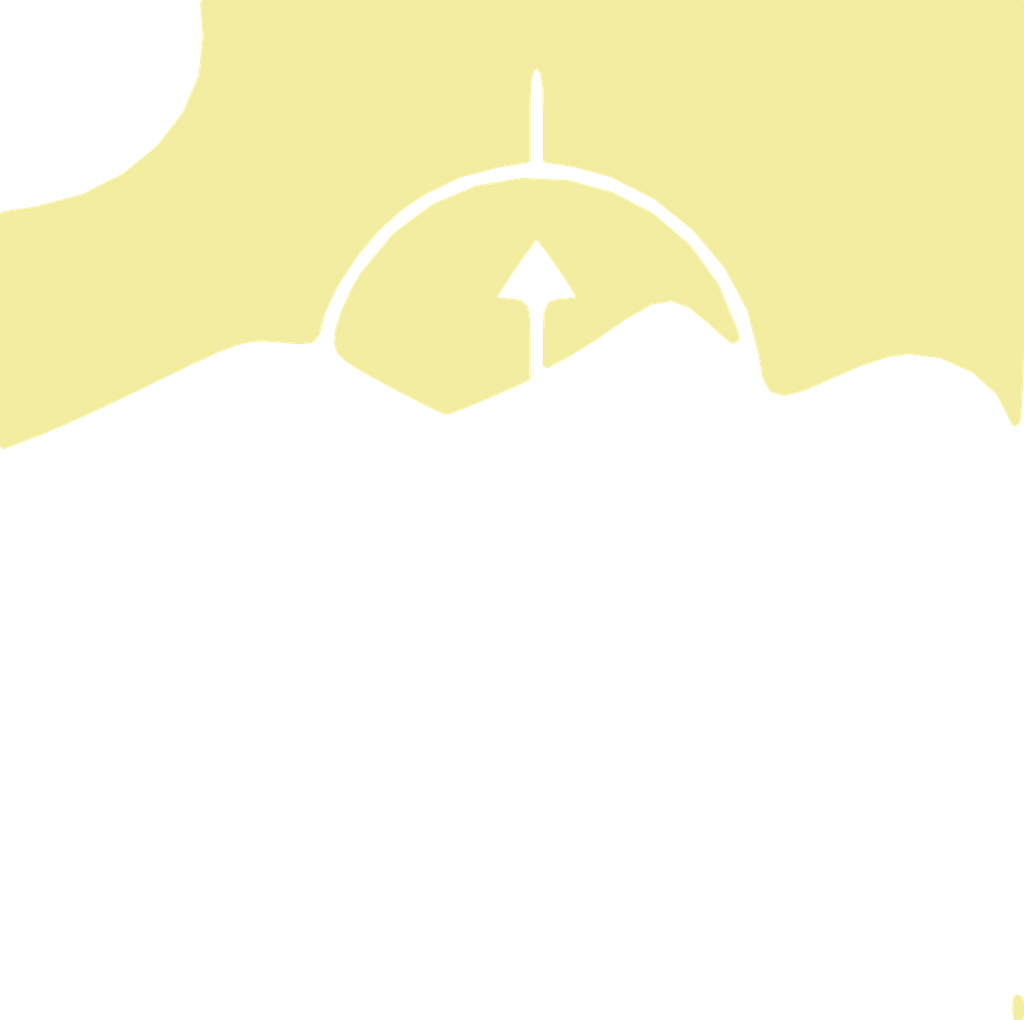
<source format=kicad_pcb>
(kicad_pcb (version 20221018) (generator pcbnew)
  (layers (0 "F.Cu" signal) (31 "B.Cu" signal) (34 "B.Paste" user) (35 "F.Paste" user) (36 "B.SilkS" user "B.Silkscreen") (37 "F.SilkS" user "F.Silkscreen") (38 "B.Mask" user) (39 "F.Mask" user) (44 "Edge.Cuts" user))
  (net 0 "")
  (footprint "Current:CSOS" (layer "F.Cu") (at 138.1125 90.297)
    (fp_text reference "G***" hide)
    (fp_text value "LOGO" hide)
    (fp_poly (pts (xy 6.332589 6.248175) (xy 6.321406 6.2865) (xy 6.290503 6.297136) (xy 6.278701 6.180666) (xy 6.292007 6.060471) (xy 6.321406 6.074833) (xy 6.332589 6.248175)) (stroke (width 0.1)) (fill solid) (layer "F.SilkS"))
    (fp_poly (pts (xy 2.775091 -2.176038) (xy 2.742605 -2.16183) (xy 2.630231 -2.252313) (xy 2.482437 -2.391834) (xy 2.21545 -2.607974) (xy 1.974172 -2.69267) (xy 1.717188 -2.646432) (xy 1.40308 -2.469766) (xy 1.312062 -2.406203) (xy 1.041096 -2.21941) (xy 0.78807 -2.057083) (xy 0.656166 -1.980695) (xy 0.423333 -1.858319) (xy 0.423333 -2.241493) (xy 0.43199 -2.477447) (xy 0.47463 -2.589566) (xy 0.576255 -2.623109) (xy 0.635 -2.624667) (xy 0.794269 -2.641222) (xy 0.846666 -2.672912) (xy 0.802955 -2.764636) (xy 0.694539 -2.937779) (xy 0.555494 -3.142902) (xy 0.419898 -3.330567) (xy 0.321828 -3.451336) (xy 0.296333 -3.471334) (xy 0.23311 -3.407918) (xy 0.113766 -3.250628) (xy -0.02762 -3.048903) (xy -0.156974 -2.852181) (xy -0.240217 -2.7099) (xy -0.254 -2.672912) (xy -0.181368 -2.63661) (xy -0.042334 -2.624667) (xy 0.078788 -2.612616) (xy 0.141917 -2.548868) (xy 0.165826 -2.392029) (xy 0.169333 -2.157933) (xy 0.169333 -1.691199) (xy -0.306869 -1.4806) (xy -0.565549 -1.370487) (xy -0.758831 -1.296161) (xy -0.836036 -1.275016) (xy -0.92966 -1.314833) (xy -1.134919 -1.41701) (xy -1.414766 -1.562867) (xy -1.549709 -1.634849) (xy -1.864404 -1.806722) (xy -2.056537 -1.927468) (xy -2.15326 -2.025087) (xy -2.18172 -2.127575) (xy -2.169067 -2.262932) (xy -2.16768 -2.272141) (xy -2.096935 -2.50413) (xy -1.961875 -2.792888) (xy -1.858991 -2.969062) (xy -1.45672 -3.456743) (xy -0.978768 -3.810553) (xy -0.448509 -4.033954) (xy 0.110679 -4.130411) (xy 0.67542 -4.103388) (xy 1.222338 -3.95635) (xy 1.728057 -3.692761) (xy 2.1692 -3.316084) (xy 2.522392 -2.829784) (xy 2.75031 -2.286) (xy 2.775091 -2.176038)) (stroke (width 0.1)) (fill solid) (layer "F.SilkS"))
    (fp_poly (pts (xy 6.35 -6.35) (xy 6.342364 -3.6195) (xy 6.338041 -2.844779) (xy 6.32992 -2.205589) (xy 6.318217 -1.708474) (xy 6.30315 -1.359975) (xy 6.284937 -1.166635) (xy 6.263794 -1.134996) (xy 6.260074 -1.14565) (xy 6.070103 -1.511787) (xy 5.754746 -1.796131) (xy 5.347069 -1.97661) (xy 4.932164 -2.032) (xy 4.658011 -1.988116) (xy 4.293298 -1.867165) (xy 3.987667 -1.733968) (xy 3.631328 -1.575223) (xy 3.393129 -1.511035) (xy 3.245805 -1.549173) (xy 3.162094 -1.697404) (xy 3.114734 -1.963497) (xy 3.112456 -1.983355) (xy 2.968407 -2.545754) (xy 2.682376 -3.079807) (xy 2.28171 -3.557623) (xy 1.79376 -3.95131) (xy 1.245874 -4.232976) (xy 0.783166 -4.358849) (xy 0.423333 -4.417551) (xy 0.423333 -5.002776) (xy 0.415702 -5.322469) (xy 0.388292 -5.504557) (xy 0.334326 -5.580271) (xy 0.296333 -5.588) (xy 0.226956 -5.552838) (xy 0.187441 -5.426531) (xy 0.17101 -5.177851) (xy 0.169333 -5.002776) (xy 0.169333 -4.417551) (xy -0.181877 -4.358215) (xy -0.66885 -4.233561) (xy -1.117966 -4.016975) (xy -1.41718 -3.817206) (xy -1.70709 -3.556147) (xy -1.990765 -3.216269) (xy -2.230436 -2.850985) (xy -2.388332 -2.51371) (xy -2.420075 -2.398898) (xy -2.458164 -2.244349) (xy -2.523351 -2.169874) (xy -2.662911 -2.154507) (xy -2.920638 -2.176926) (xy -3.110434 -2.190699) (xy -3.279871 -2.181082) (xy -3.463619 -2.137161) (xy -3.696349 -2.048025) (xy -4.01273 -1.90276) (xy -4.414301 -1.706803) (xy -4.843446 -1.498766) (xy -5.261431 -1.302511) (xy -5.6233 -1.138746) (xy -5.884097 -1.028183) (xy -5.9055 -1.019844) (xy -6.35 -0.849138) (xy -6.35 -2.282048) (xy -6.35 -3.714958) (xy -5.947834 -3.77494) (xy -5.360352 -3.928988) (xy -4.839039 -4.193979) (xy -4.404201 -4.548819) (xy -4.076142 -4.972412) (xy -3.875168 -5.443665) (xy -3.821583 -5.941482) (xy -3.824215 -5.981109) (xy -3.853554 -6.35) (xy 1.248223 -6.35) (xy 6.35 -6.35)) (stroke (width 0.1)) (fill solid) (layer "F.SilkS"))
  )
)
</source>
